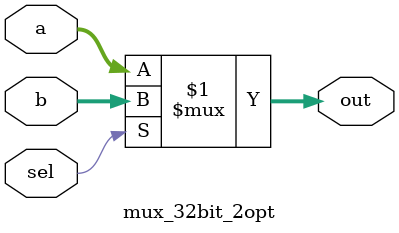
<source format=v>
`timescale 1ns / 1ps

module mux_32bit_2opt(
	input [31:0] a,
	input [31:0] b,
	input sel,
	output [31:0] out
   );
	
	assign out = (sel) ? b : a;


endmodule

</source>
